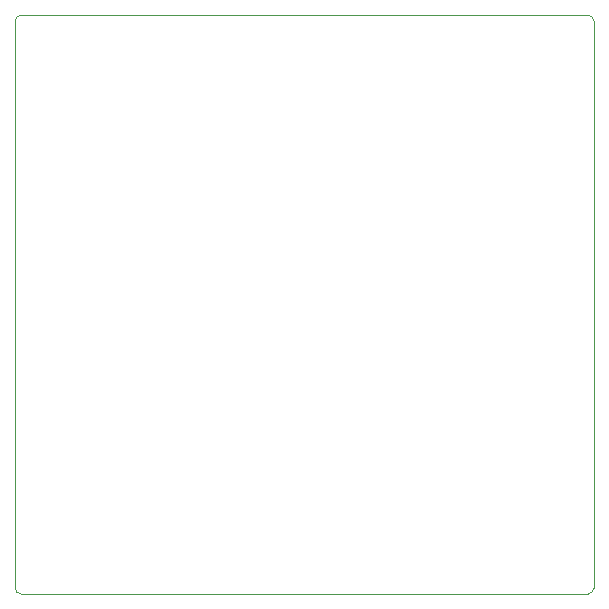
<source format=gbr>
G04 GENERATED BY PULSONIX 7.0 GERBER.DLL 4573*
%INHILLSTAR_30X30_EL_4LAYER_V1_0*%
%LNGERBER_BOARD*%
%FSLAX33Y33*%
%IPPOS*%
%LPD*%
%OFA0B0*%
%MOMM*%
%ADD143C,0.100*%
X0Y0D02*
D02*
D143*
X107553Y154356D02*
X155553D01*
G75*
G02X156053Y153856J-500*
G01*
Y105856*
G75*
G02X155553Y105356I-500*
G01*
X107553*
G75*
G02X107053Y105856J500*
G01*
Y153856*
G75*
G02X107553Y154356I500*
G01*
X0Y0D02*
M02*

</source>
